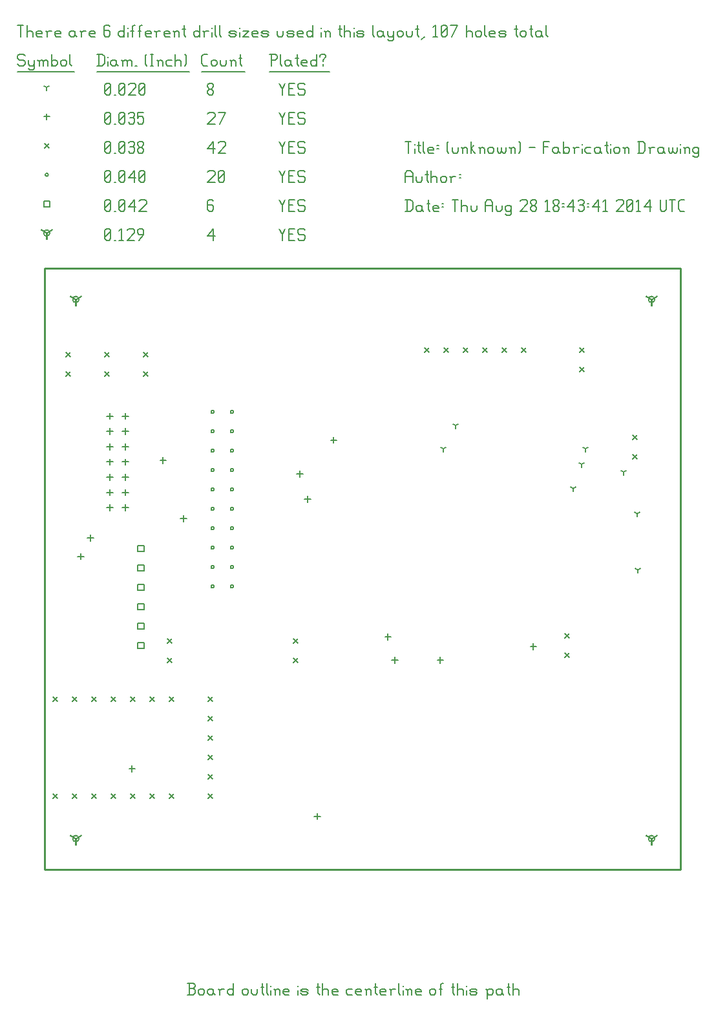
<source format=gbr>
G04 start of page 10 for group -3984 idx -3984 *
G04 Title: (unknown), fab *
G04 Creator: pcb 20110918 *
G04 CreationDate: Thu Aug 28 18:43:41 2014 UTC *
G04 For: fosse *
G04 Format: Gerber/RS-274X *
G04 PCB-Dimensions: 348000 372000 *
G04 PCB-Coordinate-Origin: lower left *
%MOIN*%
%FSLAX25Y25*%
%LNFAB*%
%ADD80C,0.0100*%
%ADD79C,0.0075*%
%ADD78C,0.0060*%
%ADD77C,0.0001*%
%ADD76R,0.0080X0.0080*%
G54D76*X327000Y71000D02*Y67800D01*
G54D77*G36*
X326454Y71147D02*X329920Y73146D01*
X330320Y72453D01*
X326853Y70454D01*
X326454Y71147D01*
G37*
G36*
X327147Y70454D02*X323680Y72453D01*
X324080Y73146D01*
X327546Y71147D01*
X327147Y70454D01*
G37*
G54D76*X325400Y71000D02*G75*G03X328600Y71000I1600J0D01*G01*
G75*G03X325400Y71000I-1600J0D01*G01*
X30000D02*Y67800D01*
G54D77*G36*
X29454Y71147D02*X32920Y73146D01*
X33320Y72453D01*
X29853Y70454D01*
X29454Y71147D01*
G37*
G36*
X30147Y70454D02*X26680Y72453D01*
X27080Y73146D01*
X30546Y71147D01*
X30147Y70454D01*
G37*
G54D76*X28400Y71000D02*G75*G03X31600Y71000I1600J0D01*G01*
G75*G03X28400Y71000I-1600J0D01*G01*
X30000Y349000D02*Y345800D01*
G54D77*G36*
X29454Y349147D02*X32920Y351146D01*
X33320Y350453D01*
X29853Y348454D01*
X29454Y349147D01*
G37*
G36*
X30147Y348454D02*X26680Y350453D01*
X27080Y351146D01*
X30546Y349147D01*
X30147Y348454D01*
G37*
G54D76*X28400Y349000D02*G75*G03X31600Y349000I1600J0D01*G01*
G75*G03X28400Y349000I-1600J0D01*G01*
X327000D02*Y345800D01*
G54D77*G36*
X326454Y349147D02*X329920Y351146D01*
X330320Y350453D01*
X326853Y348454D01*
X326454Y349147D01*
G37*
G36*
X327147Y348454D02*X323680Y350453D01*
X324080Y351146D01*
X327546Y349147D01*
X327147Y348454D01*
G37*
G54D76*X325400Y349000D02*G75*G03X328600Y349000I1600J0D01*G01*
G75*G03X325400Y349000I-1600J0D01*G01*
X15000Y383250D02*Y380050D01*
G54D77*G36*
X14454Y383397D02*X17920Y385396D01*
X18320Y384703D01*
X14853Y382704D01*
X14454Y383397D01*
G37*
G36*
X15147Y382704D02*X11680Y384703D01*
X12080Y385396D01*
X15546Y383397D01*
X15147Y382704D01*
G37*
G54D76*X13400Y383250D02*G75*G03X16600Y383250I1600J0D01*G01*
G75*G03X13400Y383250I-1600J0D01*G01*
G54D78*X135000Y385500D02*X136500Y382500D01*
X138000Y385500D01*
X136500Y382500D02*Y379500D01*
X139800Y382800D02*X142050D01*
X139800Y379500D02*X142800D01*
X139800Y385500D02*Y379500D01*
Y385500D02*X142800D01*
X147600D02*X148350Y384750D01*
X145350Y385500D02*X147600D01*
X144600Y384750D02*X145350Y385500D01*
X144600Y384750D02*Y383250D01*
X145350Y382500D01*
X147600D01*
X148350Y381750D01*
Y380250D01*
X147600Y379500D02*X148350Y380250D01*
X145350Y379500D02*X147600D01*
X144600Y380250D02*X145350Y379500D01*
X98000Y381750D02*X101000Y385500D01*
X98000Y381750D02*X101750D01*
X101000Y385500D02*Y379500D01*
X45000Y380250D02*X45750Y379500D01*
X45000Y384750D02*Y380250D01*
Y384750D02*X45750Y385500D01*
X47250D01*
X48000Y384750D01*
Y380250D01*
X47250Y379500D02*X48000Y380250D01*
X45750Y379500D02*X47250D01*
X45000Y381000D02*X48000Y384000D01*
X49800Y379500D02*X50550D01*
X52350Y384300D02*X53550Y385500D01*
Y379500D01*
X52350D02*X54600D01*
X56400Y384750D02*X57150Y385500D01*
X59400D01*
X60150Y384750D01*
Y383250D01*
X56400Y379500D02*X60150Y383250D01*
X56400Y379500D02*X60150D01*
X62700D02*X64950Y382500D01*
Y384750D02*Y382500D01*
X64200Y385500D02*X64950Y384750D01*
X62700Y385500D02*X64200D01*
X61950Y384750D02*X62700Y385500D01*
X61950Y384750D02*Y383250D01*
X62700Y382500D01*
X64950D01*
X61900Y172100D02*X65100D01*
X61900D02*Y168900D01*
X65100D01*
Y172100D02*Y168900D01*
X61900Y182100D02*X65100D01*
X61900D02*Y178900D01*
X65100D01*
Y182100D02*Y178900D01*
X61900Y192100D02*X65100D01*
X61900D02*Y188900D01*
X65100D01*
Y192100D02*Y188900D01*
X61900Y202100D02*X65100D01*
X61900D02*Y198900D01*
X65100D01*
Y202100D02*Y198900D01*
X61900Y212100D02*X65100D01*
X61900D02*Y208900D01*
X65100D01*
Y212100D02*Y208900D01*
X61900Y222100D02*X65100D01*
X61900D02*Y218900D01*
X65100D01*
Y222100D02*Y218900D01*
X13400Y399850D02*X16600D01*
X13400D02*Y396650D01*
X16600D01*
Y399850D02*Y396650D01*
X135000Y400500D02*X136500Y397500D01*
X138000Y400500D01*
X136500Y397500D02*Y394500D01*
X139800Y397800D02*X142050D01*
X139800Y394500D02*X142800D01*
X139800Y400500D02*Y394500D01*
Y400500D02*X142800D01*
X147600D02*X148350Y399750D01*
X145350Y400500D02*X147600D01*
X144600Y399750D02*X145350Y400500D01*
X144600Y399750D02*Y398250D01*
X145350Y397500D01*
X147600D01*
X148350Y396750D01*
Y395250D01*
X147600Y394500D02*X148350Y395250D01*
X145350Y394500D02*X147600D01*
X144600Y395250D02*X145350Y394500D01*
X100250Y400500D02*X101000Y399750D01*
X98750Y400500D02*X100250D01*
X98000Y399750D02*X98750Y400500D01*
X98000Y399750D02*Y395250D01*
X98750Y394500D01*
X100250Y397800D02*X101000Y397050D01*
X98000Y397800D02*X100250D01*
X98750Y394500D02*X100250D01*
X101000Y395250D01*
Y397050D02*Y395250D01*
X45000D02*X45750Y394500D01*
X45000Y399750D02*Y395250D01*
Y399750D02*X45750Y400500D01*
X47250D01*
X48000Y399750D01*
Y395250D01*
X47250Y394500D02*X48000Y395250D01*
X45750Y394500D02*X47250D01*
X45000Y396000D02*X48000Y399000D01*
X49800Y394500D02*X50550D01*
X52350Y395250D02*X53100Y394500D01*
X52350Y399750D02*Y395250D01*
Y399750D02*X53100Y400500D01*
X54600D01*
X55350Y399750D01*
Y395250D01*
X54600Y394500D02*X55350Y395250D01*
X53100Y394500D02*X54600D01*
X52350Y396000D02*X55350Y399000D01*
X57150Y396750D02*X60150Y400500D01*
X57150Y396750D02*X60900D01*
X60150Y400500D02*Y394500D01*
X62700Y399750D02*X63450Y400500D01*
X65700D01*
X66450Y399750D01*
Y398250D01*
X62700Y394500D02*X66450Y398250D01*
X62700Y394500D02*X66450D01*
X109700Y201000D02*G75*G03X111300Y201000I800J0D01*G01*
G75*G03X109700Y201000I-800J0D01*G01*
X99700D02*G75*G03X101300Y201000I800J0D01*G01*
G75*G03X99700Y201000I-800J0D01*G01*
X109700Y211000D02*G75*G03X111300Y211000I800J0D01*G01*
G75*G03X109700Y211000I-800J0D01*G01*
X99700D02*G75*G03X101300Y211000I800J0D01*G01*
G75*G03X99700Y211000I-800J0D01*G01*
X109700Y221000D02*G75*G03X111300Y221000I800J0D01*G01*
G75*G03X109700Y221000I-800J0D01*G01*
X99700D02*G75*G03X101300Y221000I800J0D01*G01*
G75*G03X99700Y221000I-800J0D01*G01*
X109700Y231000D02*G75*G03X111300Y231000I800J0D01*G01*
G75*G03X109700Y231000I-800J0D01*G01*
X99700D02*G75*G03X101300Y231000I800J0D01*G01*
G75*G03X99700Y231000I-800J0D01*G01*
X109700Y241000D02*G75*G03X111300Y241000I800J0D01*G01*
G75*G03X109700Y241000I-800J0D01*G01*
X99700D02*G75*G03X101300Y241000I800J0D01*G01*
G75*G03X99700Y241000I-800J0D01*G01*
X109700Y251000D02*G75*G03X111300Y251000I800J0D01*G01*
G75*G03X109700Y251000I-800J0D01*G01*
X99700D02*G75*G03X101300Y251000I800J0D01*G01*
G75*G03X99700Y251000I-800J0D01*G01*
X109700Y261000D02*G75*G03X111300Y261000I800J0D01*G01*
G75*G03X109700Y261000I-800J0D01*G01*
X99700D02*G75*G03X101300Y261000I800J0D01*G01*
G75*G03X99700Y261000I-800J0D01*G01*
X109700Y271000D02*G75*G03X111300Y271000I800J0D01*G01*
G75*G03X109700Y271000I-800J0D01*G01*
X99700D02*G75*G03X101300Y271000I800J0D01*G01*
G75*G03X99700Y271000I-800J0D01*G01*
X109700Y281000D02*G75*G03X111300Y281000I800J0D01*G01*
G75*G03X109700Y281000I-800J0D01*G01*
X99700D02*G75*G03X101300Y281000I800J0D01*G01*
G75*G03X99700Y281000I-800J0D01*G01*
X109700Y291000D02*G75*G03X111300Y291000I800J0D01*G01*
G75*G03X109700Y291000I-800J0D01*G01*
X99700D02*G75*G03X101300Y291000I800J0D01*G01*
G75*G03X99700Y291000I-800J0D01*G01*
X14200Y413250D02*G75*G03X15800Y413250I800J0D01*G01*
G75*G03X14200Y413250I-800J0D01*G01*
X135000Y415500D02*X136500Y412500D01*
X138000Y415500D01*
X136500Y412500D02*Y409500D01*
X139800Y412800D02*X142050D01*
X139800Y409500D02*X142800D01*
X139800Y415500D02*Y409500D01*
Y415500D02*X142800D01*
X147600D02*X148350Y414750D01*
X145350Y415500D02*X147600D01*
X144600Y414750D02*X145350Y415500D01*
X144600Y414750D02*Y413250D01*
X145350Y412500D01*
X147600D01*
X148350Y411750D01*
Y410250D01*
X147600Y409500D02*X148350Y410250D01*
X145350Y409500D02*X147600D01*
X144600Y410250D02*X145350Y409500D01*
X98000Y414750D02*X98750Y415500D01*
X101000D01*
X101750Y414750D01*
Y413250D01*
X98000Y409500D02*X101750Y413250D01*
X98000Y409500D02*X101750D01*
X103550Y410250D02*X104300Y409500D01*
X103550Y414750D02*Y410250D01*
Y414750D02*X104300Y415500D01*
X105800D01*
X106550Y414750D01*
Y410250D01*
X105800Y409500D02*X106550Y410250D01*
X104300Y409500D02*X105800D01*
X103550Y411000D02*X106550Y414000D01*
X45000Y410250D02*X45750Y409500D01*
X45000Y414750D02*Y410250D01*
Y414750D02*X45750Y415500D01*
X47250D01*
X48000Y414750D01*
Y410250D01*
X47250Y409500D02*X48000Y410250D01*
X45750Y409500D02*X47250D01*
X45000Y411000D02*X48000Y414000D01*
X49800Y409500D02*X50550D01*
X52350Y410250D02*X53100Y409500D01*
X52350Y414750D02*Y410250D01*
Y414750D02*X53100Y415500D01*
X54600D01*
X55350Y414750D01*
Y410250D01*
X54600Y409500D02*X55350Y410250D01*
X53100Y409500D02*X54600D01*
X52350Y411000D02*X55350Y414000D01*
X57150Y411750D02*X60150Y415500D01*
X57150Y411750D02*X60900D01*
X60150Y415500D02*Y409500D01*
X62700Y410250D02*X63450Y409500D01*
X62700Y414750D02*Y410250D01*
Y414750D02*X63450Y415500D01*
X64950D01*
X65700Y414750D01*
Y410250D01*
X64950Y409500D02*X65700Y410250D01*
X63450Y409500D02*X64950D01*
X62700Y411000D02*X65700Y414000D01*
X317300Y269200D02*X319700Y266800D01*
X317300D02*X319700Y269200D01*
X317300Y279200D02*X319700Y276800D01*
X317300D02*X319700Y279200D01*
X142300Y164200D02*X144700Y161800D01*
X142300D02*X144700Y164200D01*
X142300Y174200D02*X144700Y171800D01*
X142300D02*X144700Y174200D01*
X77300Y164200D02*X79700Y161800D01*
X77300D02*X79700Y164200D01*
X77300Y174200D02*X79700Y171800D01*
X77300D02*X79700Y174200D01*
X209800Y324200D02*X212200Y321800D01*
X209800D02*X212200Y324200D01*
X219800D02*X222200Y321800D01*
X219800D02*X222200Y324200D01*
X229800D02*X232200Y321800D01*
X229800D02*X232200Y324200D01*
X239800D02*X242200Y321800D01*
X239800D02*X242200Y324200D01*
X249800D02*X252200Y321800D01*
X249800D02*X252200Y324200D01*
X259800D02*X262200Y321800D01*
X259800D02*X262200Y324200D01*
X289800Y314200D02*X292200Y311800D01*
X289800D02*X292200Y314200D01*
X289800Y324200D02*X292200Y321800D01*
X289800D02*X292200Y324200D01*
X282300Y166700D02*X284700Y164300D01*
X282300D02*X284700Y166700D01*
X282300Y176700D02*X284700Y174300D01*
X282300D02*X284700Y176700D01*
X64800Y311700D02*X67200Y309300D01*
X64800D02*X67200Y311700D01*
X64800Y321700D02*X67200Y319300D01*
X64800D02*X67200Y321700D01*
X44800Y311700D02*X47200Y309300D01*
X44800D02*X47200Y311700D01*
X44800Y321700D02*X47200Y319300D01*
X44800D02*X47200Y321700D01*
X24800Y311700D02*X27200Y309300D01*
X24800D02*X27200Y311700D01*
X24800Y321700D02*X27200Y319300D01*
X24800D02*X27200Y321700D01*
X78300Y94200D02*X80700Y91800D01*
X78300D02*X80700Y94200D01*
X68300D02*X70700Y91800D01*
X68300D02*X70700Y94200D01*
X58300D02*X60700Y91800D01*
X58300D02*X60700Y94200D01*
X48300D02*X50700Y91800D01*
X48300D02*X50700Y94200D01*
X38300D02*X40700Y91800D01*
X38300D02*X40700Y94200D01*
X28300D02*X30700Y91800D01*
X28300D02*X30700Y94200D01*
X18300D02*X20700Y91800D01*
X18300D02*X20700Y94200D01*
X78300Y144200D02*X80700Y141800D01*
X78300D02*X80700Y144200D01*
X68300D02*X70700Y141800D01*
X68300D02*X70700Y144200D01*
X58300D02*X60700Y141800D01*
X58300D02*X60700Y144200D01*
X48300D02*X50700Y141800D01*
X48300D02*X50700Y144200D01*
X38300D02*X40700Y141800D01*
X38300D02*X40700Y144200D01*
X28300D02*X30700Y141800D01*
X28300D02*X30700Y144200D01*
X18300D02*X20700Y141800D01*
X18300D02*X20700Y144200D01*
X98300Y94200D02*X100700Y91800D01*
X98300D02*X100700Y94200D01*
X98300Y104200D02*X100700Y101800D01*
X98300D02*X100700Y104200D01*
X98300Y114200D02*X100700Y111800D01*
X98300D02*X100700Y114200D01*
X98300Y124200D02*X100700Y121800D01*
X98300D02*X100700Y124200D01*
X98300Y134200D02*X100700Y131800D01*
X98300D02*X100700Y134200D01*
X98300Y144200D02*X100700Y141800D01*
X98300D02*X100700Y144200D01*
X13800Y429450D02*X16200Y427050D01*
X13800D02*X16200Y429450D01*
X135000Y430500D02*X136500Y427500D01*
X138000Y430500D01*
X136500Y427500D02*Y424500D01*
X139800Y427800D02*X142050D01*
X139800Y424500D02*X142800D01*
X139800Y430500D02*Y424500D01*
Y430500D02*X142800D01*
X147600D02*X148350Y429750D01*
X145350Y430500D02*X147600D01*
X144600Y429750D02*X145350Y430500D01*
X144600Y429750D02*Y428250D01*
X145350Y427500D01*
X147600D01*
X148350Y426750D01*
Y425250D01*
X147600Y424500D02*X148350Y425250D01*
X145350Y424500D02*X147600D01*
X144600Y425250D02*X145350Y424500D01*
X98000Y426750D02*X101000Y430500D01*
X98000Y426750D02*X101750D01*
X101000Y430500D02*Y424500D01*
X103550Y429750D02*X104300Y430500D01*
X106550D01*
X107300Y429750D01*
Y428250D01*
X103550Y424500D02*X107300Y428250D01*
X103550Y424500D02*X107300D01*
X45000Y425250D02*X45750Y424500D01*
X45000Y429750D02*Y425250D01*
Y429750D02*X45750Y430500D01*
X47250D01*
X48000Y429750D01*
Y425250D01*
X47250Y424500D02*X48000Y425250D01*
X45750Y424500D02*X47250D01*
X45000Y426000D02*X48000Y429000D01*
X49800Y424500D02*X50550D01*
X52350Y425250D02*X53100Y424500D01*
X52350Y429750D02*Y425250D01*
Y429750D02*X53100Y430500D01*
X54600D01*
X55350Y429750D01*
Y425250D01*
X54600Y424500D02*X55350Y425250D01*
X53100Y424500D02*X54600D01*
X52350Y426000D02*X55350Y429000D01*
X57150Y429750D02*X57900Y430500D01*
X59400D01*
X60150Y429750D01*
X59400Y424500D02*X60150Y425250D01*
X57900Y424500D02*X59400D01*
X57150Y425250D02*X57900Y424500D01*
Y427800D02*X59400D01*
X60150Y429750D02*Y428550D01*
Y427050D02*Y425250D01*
Y427050D02*X59400Y427800D01*
X60150Y428550D02*X59400Y427800D01*
X61950Y425250D02*X62700Y424500D01*
X61950Y426450D02*Y425250D01*
Y426450D02*X63000Y427500D01*
X63900D01*
X64950Y426450D01*
Y425250D01*
X64200Y424500D02*X64950Y425250D01*
X62700Y424500D02*X64200D01*
X61950Y428550D02*X63000Y427500D01*
X61950Y429750D02*Y428550D01*
Y429750D02*X62700Y430500D01*
X64200D01*
X64950Y429750D01*
Y428550D01*
X63900Y427500D02*X64950Y428550D01*
X145500Y260600D02*Y257400D01*
X143900Y259000D02*X147100D01*
X163000Y278100D02*Y274900D01*
X161400Y276500D02*X164600D01*
X149500Y247600D02*Y244400D01*
X147900Y246000D02*X151100D01*
X32500Y218100D02*Y214900D01*
X30900Y216500D02*X34100D01*
X37500Y227600D02*Y224400D01*
X35900Y226000D02*X39100D01*
X75000Y267600D02*Y264400D01*
X73400Y266000D02*X76600D01*
X85500Y237600D02*Y234400D01*
X83900Y236000D02*X87100D01*
X191000Y176600D02*Y173400D01*
X189400Y175000D02*X192600D01*
X266000Y171600D02*Y168400D01*
X264400Y170000D02*X267600D01*
X194500Y164600D02*Y161400D01*
X192900Y163000D02*X196100D01*
X218000Y164600D02*Y161400D01*
X216400Y163000D02*X219600D01*
X59000Y108600D02*Y105400D01*
X57400Y107000D02*X60600D01*
X154500Y84100D02*Y80900D01*
X152900Y82500D02*X156100D01*
X47626Y243230D02*Y240030D01*
X46026Y241630D02*X49226D01*
X47626Y251104D02*Y247904D01*
X46026Y249504D02*X49226D01*
X55500Y243230D02*Y240030D01*
X53900Y241630D02*X57100D01*
X55500Y251104D02*Y247904D01*
X53900Y249504D02*X57100D01*
X47626Y258978D02*Y255778D01*
X46026Y257378D02*X49226D01*
X55500Y258978D02*Y255778D01*
X53900Y257378D02*X57100D01*
X47626Y266852D02*Y263652D01*
X46026Y265252D02*X49226D01*
X55500Y266852D02*Y263652D01*
X53900Y265252D02*X57100D01*
X47626Y274726D02*Y271526D01*
X46026Y273126D02*X49226D01*
X55500Y274726D02*Y271526D01*
X53900Y273126D02*X57100D01*
X47626Y282600D02*Y279400D01*
X46026Y281000D02*X49226D01*
X55500Y282600D02*Y279400D01*
X53900Y281000D02*X57100D01*
X47626Y290474D02*Y287274D01*
X46026Y288874D02*X49226D01*
X55500Y290474D02*Y287274D01*
X53900Y288874D02*X57100D01*
X15000Y444850D02*Y441650D01*
X13400Y443250D02*X16600D01*
X135000Y445500D02*X136500Y442500D01*
X138000Y445500D01*
X136500Y442500D02*Y439500D01*
X139800Y442800D02*X142050D01*
X139800Y439500D02*X142800D01*
X139800Y445500D02*Y439500D01*
Y445500D02*X142800D01*
X147600D02*X148350Y444750D01*
X145350Y445500D02*X147600D01*
X144600Y444750D02*X145350Y445500D01*
X144600Y444750D02*Y443250D01*
X145350Y442500D01*
X147600D01*
X148350Y441750D01*
Y440250D01*
X147600Y439500D02*X148350Y440250D01*
X145350Y439500D02*X147600D01*
X144600Y440250D02*X145350Y439500D01*
X98000Y444750D02*X98750Y445500D01*
X101000D01*
X101750Y444750D01*
Y443250D01*
X98000Y439500D02*X101750Y443250D01*
X98000Y439500D02*X101750D01*
X104300D02*X107300Y445500D01*
X103550D02*X107300D01*
X45000Y440250D02*X45750Y439500D01*
X45000Y444750D02*Y440250D01*
Y444750D02*X45750Y445500D01*
X47250D01*
X48000Y444750D01*
Y440250D01*
X47250Y439500D02*X48000Y440250D01*
X45750Y439500D02*X47250D01*
X45000Y441000D02*X48000Y444000D01*
X49800Y439500D02*X50550D01*
X52350Y440250D02*X53100Y439500D01*
X52350Y444750D02*Y440250D01*
Y444750D02*X53100Y445500D01*
X54600D01*
X55350Y444750D01*
Y440250D01*
X54600Y439500D02*X55350Y440250D01*
X53100Y439500D02*X54600D01*
X52350Y441000D02*X55350Y444000D01*
X57150Y444750D02*X57900Y445500D01*
X59400D01*
X60150Y444750D01*
X59400Y439500D02*X60150Y440250D01*
X57900Y439500D02*X59400D01*
X57150Y440250D02*X57900Y439500D01*
Y442800D02*X59400D01*
X60150Y444750D02*Y443550D01*
Y442050D02*Y440250D01*
Y442050D02*X59400Y442800D01*
X60150Y443550D02*X59400Y442800D01*
X61950Y445500D02*X64950D01*
X61950D02*Y442500D01*
X62700Y443250D01*
X64200D01*
X64950Y442500D01*
Y440250D01*
X64200Y439500D02*X64950Y440250D01*
X62700Y439500D02*X64200D01*
X61950Y440250D02*X62700Y439500D01*
X320000Y209500D02*Y207900D01*
Y209500D02*X321387Y210300D01*
X320000Y209500D02*X318613Y210300D01*
X319500Y238500D02*Y236900D01*
Y238500D02*X320887Y239300D01*
X319500Y238500D02*X318113Y239300D01*
X226000Y284000D02*Y282400D01*
Y284000D02*X227387Y284800D01*
X226000Y284000D02*X224613Y284800D01*
X291000Y264000D02*Y262400D01*
Y264000D02*X292387Y264800D01*
X291000Y264000D02*X289613Y264800D01*
X312500Y260000D02*Y258400D01*
Y260000D02*X313887Y260800D01*
X312500Y260000D02*X311113Y260800D01*
X293000Y272000D02*Y270400D01*
Y272000D02*X294387Y272800D01*
X293000Y272000D02*X291613Y272800D01*
X219500Y272000D02*Y270400D01*
Y272000D02*X220887Y272800D01*
X219500Y272000D02*X218113Y272800D01*
X286500Y251500D02*Y249900D01*
Y251500D02*X287887Y252300D01*
X286500Y251500D02*X285113Y252300D01*
X15000Y458250D02*Y456650D01*
Y458250D02*X16387Y459050D01*
X15000Y458250D02*X13613Y459050D01*
X135000Y460500D02*X136500Y457500D01*
X138000Y460500D01*
X136500Y457500D02*Y454500D01*
X139800Y457800D02*X142050D01*
X139800Y454500D02*X142800D01*
X139800Y460500D02*Y454500D01*
Y460500D02*X142800D01*
X147600D02*X148350Y459750D01*
X145350Y460500D02*X147600D01*
X144600Y459750D02*X145350Y460500D01*
X144600Y459750D02*Y458250D01*
X145350Y457500D01*
X147600D01*
X148350Y456750D01*
Y455250D01*
X147600Y454500D02*X148350Y455250D01*
X145350Y454500D02*X147600D01*
X144600Y455250D02*X145350Y454500D01*
X98000Y455250D02*X98750Y454500D01*
X98000Y456450D02*Y455250D01*
Y456450D02*X99050Y457500D01*
X99950D01*
X101000Y456450D01*
Y455250D01*
X100250Y454500D02*X101000Y455250D01*
X98750Y454500D02*X100250D01*
X98000Y458550D02*X99050Y457500D01*
X98000Y459750D02*Y458550D01*
Y459750D02*X98750Y460500D01*
X100250D01*
X101000Y459750D01*
Y458550D01*
X99950Y457500D02*X101000Y458550D01*
X45000Y455250D02*X45750Y454500D01*
X45000Y459750D02*Y455250D01*
Y459750D02*X45750Y460500D01*
X47250D01*
X48000Y459750D01*
Y455250D01*
X47250Y454500D02*X48000Y455250D01*
X45750Y454500D02*X47250D01*
X45000Y456000D02*X48000Y459000D01*
X49800Y454500D02*X50550D01*
X52350Y455250D02*X53100Y454500D01*
X52350Y459750D02*Y455250D01*
Y459750D02*X53100Y460500D01*
X54600D01*
X55350Y459750D01*
Y455250D01*
X54600Y454500D02*X55350Y455250D01*
X53100Y454500D02*X54600D01*
X52350Y456000D02*X55350Y459000D01*
X57150Y459750D02*X57900Y460500D01*
X60150D01*
X60900Y459750D01*
Y458250D01*
X57150Y454500D02*X60900Y458250D01*
X57150Y454500D02*X60900D01*
X62700Y455250D02*X63450Y454500D01*
X62700Y459750D02*Y455250D01*
Y459750D02*X63450Y460500D01*
X64950D01*
X65700Y459750D01*
Y455250D01*
X64950Y454500D02*X65700Y455250D01*
X63450Y454500D02*X64950D01*
X62700Y456000D02*X65700Y459000D01*
X3000Y475500D02*X3750Y474750D01*
X750Y475500D02*X3000D01*
X0Y474750D02*X750Y475500D01*
X0Y474750D02*Y473250D01*
X750Y472500D01*
X3000D01*
X3750Y471750D01*
Y470250D01*
X3000Y469500D02*X3750Y470250D01*
X750Y469500D02*X3000D01*
X0Y470250D02*X750Y469500D01*
X5550Y472500D02*Y470250D01*
X6300Y469500D01*
X8550Y472500D02*Y468000D01*
X7800Y467250D02*X8550Y468000D01*
X6300Y467250D02*X7800D01*
X5550Y468000D02*X6300Y467250D01*
Y469500D02*X7800D01*
X8550Y470250D01*
X11100Y471750D02*Y469500D01*
Y471750D02*X11850Y472500D01*
X12600D01*
X13350Y471750D01*
Y469500D01*
Y471750D02*X14100Y472500D01*
X14850D01*
X15600Y471750D01*
Y469500D01*
X10350Y472500D02*X11100Y471750D01*
X17400Y475500D02*Y469500D01*
Y470250D02*X18150Y469500D01*
X19650D01*
X20400Y470250D01*
Y471750D02*Y470250D01*
X19650Y472500D02*X20400Y471750D01*
X18150Y472500D02*X19650D01*
X17400Y471750D02*X18150Y472500D01*
X22200Y471750D02*Y470250D01*
Y471750D02*X22950Y472500D01*
X24450D01*
X25200Y471750D01*
Y470250D01*
X24450Y469500D02*X25200Y470250D01*
X22950Y469500D02*X24450D01*
X22200Y470250D02*X22950Y469500D01*
X27000Y475500D02*Y470250D01*
X27750Y469500D01*
X0Y466250D02*X29250D01*
X41750Y475500D02*Y469500D01*
X43700Y475500D02*X44750Y474450D01*
Y470550D01*
X43700Y469500D02*X44750Y470550D01*
X41000Y469500D02*X43700D01*
X41000Y475500D02*X43700D01*
G54D79*X46550Y474000D02*Y473850D01*
G54D78*Y471750D02*Y469500D01*
X50300Y472500D02*X51050Y471750D01*
X48800Y472500D02*X50300D01*
X48050Y471750D02*X48800Y472500D01*
X48050Y471750D02*Y470250D01*
X48800Y469500D01*
X51050Y472500D02*Y470250D01*
X51800Y469500D01*
X48800D02*X50300D01*
X51050Y470250D01*
X54350Y471750D02*Y469500D01*
Y471750D02*X55100Y472500D01*
X55850D01*
X56600Y471750D01*
Y469500D01*
Y471750D02*X57350Y472500D01*
X58100D01*
X58850Y471750D01*
Y469500D01*
X53600Y472500D02*X54350Y471750D01*
X60650Y469500D02*X61400D01*
X65900Y470250D02*X66650Y469500D01*
X65900Y474750D02*X66650Y475500D01*
X65900Y474750D02*Y470250D01*
X68450Y475500D02*X69950D01*
X69200D02*Y469500D01*
X68450D02*X69950D01*
X72500Y471750D02*Y469500D01*
Y471750D02*X73250Y472500D01*
X74000D01*
X74750Y471750D01*
Y469500D01*
X71750Y472500D02*X72500Y471750D01*
X77300Y472500D02*X79550D01*
X76550Y471750D02*X77300Y472500D01*
X76550Y471750D02*Y470250D01*
X77300Y469500D01*
X79550D01*
X81350Y475500D02*Y469500D01*
Y471750D02*X82100Y472500D01*
X83600D01*
X84350Y471750D01*
Y469500D01*
X86150Y475500D02*X86900Y474750D01*
Y470250D01*
X86150Y469500D02*X86900Y470250D01*
X41000Y466250D02*X88700D01*
X96050Y469500D02*X98000D01*
X95000Y470550D02*X96050Y469500D01*
X95000Y474450D02*Y470550D01*
Y474450D02*X96050Y475500D01*
X98000D01*
X99800Y471750D02*Y470250D01*
Y471750D02*X100550Y472500D01*
X102050D01*
X102800Y471750D01*
Y470250D01*
X102050Y469500D02*X102800Y470250D01*
X100550Y469500D02*X102050D01*
X99800Y470250D02*X100550Y469500D01*
X104600Y472500D02*Y470250D01*
X105350Y469500D01*
X106850D01*
X107600Y470250D01*
Y472500D02*Y470250D01*
X110150Y471750D02*Y469500D01*
Y471750D02*X110900Y472500D01*
X111650D01*
X112400Y471750D01*
Y469500D01*
X109400Y472500D02*X110150Y471750D01*
X114950Y475500D02*Y470250D01*
X115700Y469500D01*
X114200Y473250D02*X115700D01*
X95000Y466250D02*X117200D01*
X130750Y475500D02*Y469500D01*
X130000Y475500D02*X133000D01*
X133750Y474750D01*
Y473250D01*
X133000Y472500D02*X133750Y473250D01*
X130750Y472500D02*X133000D01*
X135550Y475500D02*Y470250D01*
X136300Y469500D01*
X140050Y472500D02*X140800Y471750D01*
X138550Y472500D02*X140050D01*
X137800Y471750D02*X138550Y472500D01*
X137800Y471750D02*Y470250D01*
X138550Y469500D01*
X140800Y472500D02*Y470250D01*
X141550Y469500D01*
X138550D02*X140050D01*
X140800Y470250D01*
X144100Y475500D02*Y470250D01*
X144850Y469500D01*
X143350Y473250D02*X144850D01*
X147100Y469500D02*X149350D01*
X146350Y470250D02*X147100Y469500D01*
X146350Y471750D02*Y470250D01*
Y471750D02*X147100Y472500D01*
X148600D01*
X149350Y471750D01*
X146350Y471000D02*X149350D01*
Y471750D02*Y471000D01*
X154150Y475500D02*Y469500D01*
X153400D02*X154150Y470250D01*
X151900Y469500D02*X153400D01*
X151150Y470250D02*X151900Y469500D01*
X151150Y471750D02*Y470250D01*
Y471750D02*X151900Y472500D01*
X153400D01*
X154150Y471750D01*
X157450Y472500D02*Y471750D01*
Y470250D02*Y469500D01*
X155950Y474750D02*Y474000D01*
Y474750D02*X156700Y475500D01*
X158200D01*
X158950Y474750D01*
Y474000D01*
X157450Y472500D02*X158950Y474000D01*
X130000Y466250D02*X160750D01*
X0Y490500D02*X3000D01*
X1500D02*Y484500D01*
X4800Y490500D02*Y484500D01*
Y486750D02*X5550Y487500D01*
X7050D01*
X7800Y486750D01*
Y484500D01*
X10350D02*X12600D01*
X9600Y485250D02*X10350Y484500D01*
X9600Y486750D02*Y485250D01*
Y486750D02*X10350Y487500D01*
X11850D01*
X12600Y486750D01*
X9600Y486000D02*X12600D01*
Y486750D02*Y486000D01*
X15150Y486750D02*Y484500D01*
Y486750D02*X15900Y487500D01*
X17400D01*
X14400D02*X15150Y486750D01*
X19950Y484500D02*X22200D01*
X19200Y485250D02*X19950Y484500D01*
X19200Y486750D02*Y485250D01*
Y486750D02*X19950Y487500D01*
X21450D01*
X22200Y486750D01*
X19200Y486000D02*X22200D01*
Y486750D02*Y486000D01*
X28950Y487500D02*X29700Y486750D01*
X27450Y487500D02*X28950D01*
X26700Y486750D02*X27450Y487500D01*
X26700Y486750D02*Y485250D01*
X27450Y484500D01*
X29700Y487500D02*Y485250D01*
X30450Y484500D01*
X27450D02*X28950D01*
X29700Y485250D01*
X33000Y486750D02*Y484500D01*
Y486750D02*X33750Y487500D01*
X35250D01*
X32250D02*X33000Y486750D01*
X37800Y484500D02*X40050D01*
X37050Y485250D02*X37800Y484500D01*
X37050Y486750D02*Y485250D01*
Y486750D02*X37800Y487500D01*
X39300D01*
X40050Y486750D01*
X37050Y486000D02*X40050D01*
Y486750D02*Y486000D01*
X46800Y490500D02*X47550Y489750D01*
X45300Y490500D02*X46800D01*
X44550Y489750D02*X45300Y490500D01*
X44550Y489750D02*Y485250D01*
X45300Y484500D01*
X46800Y487800D02*X47550Y487050D01*
X44550Y487800D02*X46800D01*
X45300Y484500D02*X46800D01*
X47550Y485250D01*
Y487050D02*Y485250D01*
X55050Y490500D02*Y484500D01*
X54300D02*X55050Y485250D01*
X52800Y484500D02*X54300D01*
X52050Y485250D02*X52800Y484500D01*
X52050Y486750D02*Y485250D01*
Y486750D02*X52800Y487500D01*
X54300D01*
X55050Y486750D01*
G54D79*X56850Y489000D02*Y488850D01*
G54D78*Y486750D02*Y484500D01*
X59100Y489750D02*Y484500D01*
Y489750D02*X59850Y490500D01*
X60600D01*
X58350Y487500D02*X59850D01*
X62850Y489750D02*Y484500D01*
Y489750D02*X63600Y490500D01*
X64350D01*
X62100Y487500D02*X63600D01*
X66600Y484500D02*X68850D01*
X65850Y485250D02*X66600Y484500D01*
X65850Y486750D02*Y485250D01*
Y486750D02*X66600Y487500D01*
X68100D01*
X68850Y486750D01*
X65850Y486000D02*X68850D01*
Y486750D02*Y486000D01*
X71400Y486750D02*Y484500D01*
Y486750D02*X72150Y487500D01*
X73650D01*
X70650D02*X71400Y486750D01*
X76200Y484500D02*X78450D01*
X75450Y485250D02*X76200Y484500D01*
X75450Y486750D02*Y485250D01*
Y486750D02*X76200Y487500D01*
X77700D01*
X78450Y486750D01*
X75450Y486000D02*X78450D01*
Y486750D02*Y486000D01*
X81000Y486750D02*Y484500D01*
Y486750D02*X81750Y487500D01*
X82500D01*
X83250Y486750D01*
Y484500D01*
X80250Y487500D02*X81000Y486750D01*
X85800Y490500D02*Y485250D01*
X86550Y484500D01*
X85050Y488250D02*X86550D01*
X93750Y490500D02*Y484500D01*
X93000D02*X93750Y485250D01*
X91500Y484500D02*X93000D01*
X90750Y485250D02*X91500Y484500D01*
X90750Y486750D02*Y485250D01*
Y486750D02*X91500Y487500D01*
X93000D01*
X93750Y486750D01*
X96300D02*Y484500D01*
Y486750D02*X97050Y487500D01*
X98550D01*
X95550D02*X96300Y486750D01*
G54D79*X100350Y489000D02*Y488850D01*
G54D78*Y486750D02*Y484500D01*
X101850Y490500D02*Y485250D01*
X102600Y484500D01*
X104100Y490500D02*Y485250D01*
X104850Y484500D01*
X109800D02*X112050D01*
X112800Y485250D01*
X112050Y486000D02*X112800Y485250D01*
X109800Y486000D02*X112050D01*
X109050Y486750D02*X109800Y486000D01*
X109050Y486750D02*X109800Y487500D01*
X112050D01*
X112800Y486750D01*
X109050Y485250D02*X109800Y484500D01*
G54D79*X114600Y489000D02*Y488850D01*
G54D78*Y486750D02*Y484500D01*
X116100Y487500D02*X119100D01*
X116100Y484500D02*X119100Y487500D01*
X116100Y484500D02*X119100D01*
X121650D02*X123900D01*
X120900Y485250D02*X121650Y484500D01*
X120900Y486750D02*Y485250D01*
Y486750D02*X121650Y487500D01*
X123150D01*
X123900Y486750D01*
X120900Y486000D02*X123900D01*
Y486750D02*Y486000D01*
X126450Y484500D02*X128700D01*
X129450Y485250D01*
X128700Y486000D02*X129450Y485250D01*
X126450Y486000D02*X128700D01*
X125700Y486750D02*X126450Y486000D01*
X125700Y486750D02*X126450Y487500D01*
X128700D01*
X129450Y486750D01*
X125700Y485250D02*X126450Y484500D01*
X133950Y487500D02*Y485250D01*
X134700Y484500D01*
X136200D01*
X136950Y485250D01*
Y487500D02*Y485250D01*
X139500Y484500D02*X141750D01*
X142500Y485250D01*
X141750Y486000D02*X142500Y485250D01*
X139500Y486000D02*X141750D01*
X138750Y486750D02*X139500Y486000D01*
X138750Y486750D02*X139500Y487500D01*
X141750D01*
X142500Y486750D01*
X138750Y485250D02*X139500Y484500D01*
X145050D02*X147300D01*
X144300Y485250D02*X145050Y484500D01*
X144300Y486750D02*Y485250D01*
Y486750D02*X145050Y487500D01*
X146550D01*
X147300Y486750D01*
X144300Y486000D02*X147300D01*
Y486750D02*Y486000D01*
X152100Y490500D02*Y484500D01*
X151350D02*X152100Y485250D01*
X149850Y484500D02*X151350D01*
X149100Y485250D02*X149850Y484500D01*
X149100Y486750D02*Y485250D01*
Y486750D02*X149850Y487500D01*
X151350D01*
X152100Y486750D01*
G54D79*X156600Y489000D02*Y488850D01*
G54D78*Y486750D02*Y484500D01*
X158850Y486750D02*Y484500D01*
Y486750D02*X159600Y487500D01*
X160350D01*
X161100Y486750D01*
Y484500D01*
X158100Y487500D02*X158850Y486750D01*
X166350Y490500D02*Y485250D01*
X167100Y484500D01*
X165600Y488250D02*X167100D01*
X168600Y490500D02*Y484500D01*
Y486750D02*X169350Y487500D01*
X170850D01*
X171600Y486750D01*
Y484500D01*
G54D79*X173400Y489000D02*Y488850D01*
G54D78*Y486750D02*Y484500D01*
X175650D02*X177900D01*
X178650Y485250D01*
X177900Y486000D02*X178650Y485250D01*
X175650Y486000D02*X177900D01*
X174900Y486750D02*X175650Y486000D01*
X174900Y486750D02*X175650Y487500D01*
X177900D01*
X178650Y486750D01*
X174900Y485250D02*X175650Y484500D01*
X183150Y490500D02*Y485250D01*
X183900Y484500D01*
X187650Y487500D02*X188400Y486750D01*
X186150Y487500D02*X187650D01*
X185400Y486750D02*X186150Y487500D01*
X185400Y486750D02*Y485250D01*
X186150Y484500D01*
X188400Y487500D02*Y485250D01*
X189150Y484500D01*
X186150D02*X187650D01*
X188400Y485250D01*
X190950Y487500D02*Y485250D01*
X191700Y484500D01*
X193950Y487500D02*Y483000D01*
X193200Y482250D02*X193950Y483000D01*
X191700Y482250D02*X193200D01*
X190950Y483000D02*X191700Y482250D01*
Y484500D02*X193200D01*
X193950Y485250D01*
X195750Y486750D02*Y485250D01*
Y486750D02*X196500Y487500D01*
X198000D01*
X198750Y486750D01*
Y485250D01*
X198000Y484500D02*X198750Y485250D01*
X196500Y484500D02*X198000D01*
X195750Y485250D02*X196500Y484500D01*
X200550Y487500D02*Y485250D01*
X201300Y484500D01*
X202800D01*
X203550Y485250D01*
Y487500D02*Y485250D01*
X206100Y490500D02*Y485250D01*
X206850Y484500D01*
X205350Y488250D02*X206850D01*
X208350Y483000D02*X209850Y484500D01*
X214350Y489300D02*X215550Y490500D01*
Y484500D01*
X214350D02*X216600D01*
X218400Y485250D02*X219150Y484500D01*
X218400Y489750D02*Y485250D01*
Y489750D02*X219150Y490500D01*
X220650D01*
X221400Y489750D01*
Y485250D01*
X220650Y484500D02*X221400Y485250D01*
X219150Y484500D02*X220650D01*
X218400Y486000D02*X221400Y489000D01*
X223950Y484500D02*X226950Y490500D01*
X223200D02*X226950D01*
X231450D02*Y484500D01*
Y486750D02*X232200Y487500D01*
X233700D01*
X234450Y486750D01*
Y484500D01*
X236250Y486750D02*Y485250D01*
Y486750D02*X237000Y487500D01*
X238500D01*
X239250Y486750D01*
Y485250D01*
X238500Y484500D02*X239250Y485250D01*
X237000Y484500D02*X238500D01*
X236250Y485250D02*X237000Y484500D01*
X241050Y490500D02*Y485250D01*
X241800Y484500D01*
X244050D02*X246300D01*
X243300Y485250D02*X244050Y484500D01*
X243300Y486750D02*Y485250D01*
Y486750D02*X244050Y487500D01*
X245550D01*
X246300Y486750D01*
X243300Y486000D02*X246300D01*
Y486750D02*Y486000D01*
X248850Y484500D02*X251100D01*
X251850Y485250D01*
X251100Y486000D02*X251850Y485250D01*
X248850Y486000D02*X251100D01*
X248100Y486750D02*X248850Y486000D01*
X248100Y486750D02*X248850Y487500D01*
X251100D01*
X251850Y486750D01*
X248100Y485250D02*X248850Y484500D01*
X257100Y490500D02*Y485250D01*
X257850Y484500D01*
X256350Y488250D02*X257850D01*
X259350Y486750D02*Y485250D01*
Y486750D02*X260100Y487500D01*
X261600D01*
X262350Y486750D01*
Y485250D01*
X261600Y484500D02*X262350Y485250D01*
X260100Y484500D02*X261600D01*
X259350Y485250D02*X260100Y484500D01*
X264900Y490500D02*Y485250D01*
X265650Y484500D01*
X264150Y488250D02*X265650D01*
X269400Y487500D02*X270150Y486750D01*
X267900Y487500D02*X269400D01*
X267150Y486750D02*X267900Y487500D01*
X267150Y486750D02*Y485250D01*
X267900Y484500D01*
X270150Y487500D02*Y485250D01*
X270900Y484500D01*
X267900D02*X269400D01*
X270150Y485250D01*
X272700Y490500D02*Y485250D01*
X273450Y484500D01*
G54D80*X14000Y55000D02*Y365000D01*
X342000D02*Y55000D01*
X14000D01*
Y365000D02*X342000D01*
G54D78*X87675Y-9500D02*X90675D01*
X91425Y-8750D01*
Y-6950D02*Y-8750D01*
X90675Y-6200D02*X91425Y-6950D01*
X88425Y-6200D02*X90675D01*
X88425Y-3500D02*Y-9500D01*
X87675Y-3500D02*X90675D01*
X91425Y-4250D01*
Y-5450D01*
X90675Y-6200D02*X91425Y-5450D01*
X93225Y-7250D02*Y-8750D01*
Y-7250D02*X93975Y-6500D01*
X95475D01*
X96225Y-7250D01*
Y-8750D01*
X95475Y-9500D02*X96225Y-8750D01*
X93975Y-9500D02*X95475D01*
X93225Y-8750D02*X93975Y-9500D01*
X100275Y-6500D02*X101025Y-7250D01*
X98775Y-6500D02*X100275D01*
X98025Y-7250D02*X98775Y-6500D01*
X98025Y-7250D02*Y-8750D01*
X98775Y-9500D01*
X101025Y-6500D02*Y-8750D01*
X101775Y-9500D01*
X98775D02*X100275D01*
X101025Y-8750D01*
X104325Y-7250D02*Y-9500D01*
Y-7250D02*X105075Y-6500D01*
X106575D01*
X103575D02*X104325Y-7250D01*
X111375Y-3500D02*Y-9500D01*
X110625D02*X111375Y-8750D01*
X109125Y-9500D02*X110625D01*
X108375Y-8750D02*X109125Y-9500D01*
X108375Y-7250D02*Y-8750D01*
Y-7250D02*X109125Y-6500D01*
X110625D01*
X111375Y-7250D01*
X115875D02*Y-8750D01*
Y-7250D02*X116625Y-6500D01*
X118125D01*
X118875Y-7250D01*
Y-8750D01*
X118125Y-9500D02*X118875Y-8750D01*
X116625Y-9500D02*X118125D01*
X115875Y-8750D02*X116625Y-9500D01*
X120675Y-6500D02*Y-8750D01*
X121425Y-9500D01*
X122925D01*
X123675Y-8750D01*
Y-6500D02*Y-8750D01*
X126225Y-3500D02*Y-8750D01*
X126975Y-9500D01*
X125475Y-5750D02*X126975D01*
X128475Y-3500D02*Y-8750D01*
X129225Y-9500D01*
G54D79*X130725Y-5000D02*Y-5150D01*
G54D78*Y-7250D02*Y-9500D01*
X132975Y-7250D02*Y-9500D01*
Y-7250D02*X133725Y-6500D01*
X134475D01*
X135225Y-7250D01*
Y-9500D01*
X132225Y-6500D02*X132975Y-7250D01*
X137775Y-9500D02*X140025D01*
X137025Y-8750D02*X137775Y-9500D01*
X137025Y-7250D02*Y-8750D01*
Y-7250D02*X137775Y-6500D01*
X139275D01*
X140025Y-7250D01*
X137025Y-8000D02*X140025D01*
Y-7250D02*Y-8000D01*
G54D79*X144525Y-5000D02*Y-5150D01*
G54D78*Y-7250D02*Y-9500D01*
X146775D02*X149025D01*
X149775Y-8750D01*
X149025Y-8000D02*X149775Y-8750D01*
X146775Y-8000D02*X149025D01*
X146025Y-7250D02*X146775Y-8000D01*
X146025Y-7250D02*X146775Y-6500D01*
X149025D01*
X149775Y-7250D01*
X146025Y-8750D02*X146775Y-9500D01*
X155025Y-3500D02*Y-8750D01*
X155775Y-9500D01*
X154275Y-5750D02*X155775D01*
X157275Y-3500D02*Y-9500D01*
Y-7250D02*X158025Y-6500D01*
X159525D01*
X160275Y-7250D01*
Y-9500D01*
X162825D02*X165075D01*
X162075Y-8750D02*X162825Y-9500D01*
X162075Y-7250D02*Y-8750D01*
Y-7250D02*X162825Y-6500D01*
X164325D01*
X165075Y-7250D01*
X162075Y-8000D02*X165075D01*
Y-7250D02*Y-8000D01*
X170325Y-6500D02*X172575D01*
X169575Y-7250D02*X170325Y-6500D01*
X169575Y-7250D02*Y-8750D01*
X170325Y-9500D01*
X172575D01*
X175125D02*X177375D01*
X174375Y-8750D02*X175125Y-9500D01*
X174375Y-7250D02*Y-8750D01*
Y-7250D02*X175125Y-6500D01*
X176625D01*
X177375Y-7250D01*
X174375Y-8000D02*X177375D01*
Y-7250D02*Y-8000D01*
X179925Y-7250D02*Y-9500D01*
Y-7250D02*X180675Y-6500D01*
X181425D01*
X182175Y-7250D01*
Y-9500D01*
X179175Y-6500D02*X179925Y-7250D01*
X184725Y-3500D02*Y-8750D01*
X185475Y-9500D01*
X183975Y-5750D02*X185475D01*
X187725Y-9500D02*X189975D01*
X186975Y-8750D02*X187725Y-9500D01*
X186975Y-7250D02*Y-8750D01*
Y-7250D02*X187725Y-6500D01*
X189225D01*
X189975Y-7250D01*
X186975Y-8000D02*X189975D01*
Y-7250D02*Y-8000D01*
X192525Y-7250D02*Y-9500D01*
Y-7250D02*X193275Y-6500D01*
X194775D01*
X191775D02*X192525Y-7250D01*
X196575Y-3500D02*Y-8750D01*
X197325Y-9500D01*
G54D79*X198825Y-5000D02*Y-5150D01*
G54D78*Y-7250D02*Y-9500D01*
X201075Y-7250D02*Y-9500D01*
Y-7250D02*X201825Y-6500D01*
X202575D01*
X203325Y-7250D01*
Y-9500D01*
X200325Y-6500D02*X201075Y-7250D01*
X205875Y-9500D02*X208125D01*
X205125Y-8750D02*X205875Y-9500D01*
X205125Y-7250D02*Y-8750D01*
Y-7250D02*X205875Y-6500D01*
X207375D01*
X208125Y-7250D01*
X205125Y-8000D02*X208125D01*
Y-7250D02*Y-8000D01*
X212625Y-7250D02*Y-8750D01*
Y-7250D02*X213375Y-6500D01*
X214875D01*
X215625Y-7250D01*
Y-8750D01*
X214875Y-9500D02*X215625Y-8750D01*
X213375Y-9500D02*X214875D01*
X212625Y-8750D02*X213375Y-9500D01*
X218175Y-4250D02*Y-9500D01*
Y-4250D02*X218925Y-3500D01*
X219675D01*
X217425Y-6500D02*X218925D01*
X224625Y-3500D02*Y-8750D01*
X225375Y-9500D01*
X223875Y-5750D02*X225375D01*
X226875Y-3500D02*Y-9500D01*
Y-7250D02*X227625Y-6500D01*
X229125D01*
X229875Y-7250D01*
Y-9500D01*
G54D79*X231675Y-5000D02*Y-5150D01*
G54D78*Y-7250D02*Y-9500D01*
X233925D02*X236175D01*
X236925Y-8750D01*
X236175Y-8000D02*X236925Y-8750D01*
X233925Y-8000D02*X236175D01*
X233175Y-7250D02*X233925Y-8000D01*
X233175Y-7250D02*X233925Y-6500D01*
X236175D01*
X236925Y-7250D01*
X233175Y-8750D02*X233925Y-9500D01*
X242175Y-7250D02*Y-11750D01*
X241425Y-6500D02*X242175Y-7250D01*
X242925Y-6500D01*
X244425D01*
X245175Y-7250D01*
Y-8750D01*
X244425Y-9500D02*X245175Y-8750D01*
X242925Y-9500D02*X244425D01*
X242175Y-8750D02*X242925Y-9500D01*
X249225Y-6500D02*X249975Y-7250D01*
X247725Y-6500D02*X249225D01*
X246975Y-7250D02*X247725Y-6500D01*
X246975Y-7250D02*Y-8750D01*
X247725Y-9500D01*
X249975Y-6500D02*Y-8750D01*
X250725Y-9500D01*
X247725D02*X249225D01*
X249975Y-8750D01*
X253275Y-3500D02*Y-8750D01*
X254025Y-9500D01*
X252525Y-5750D02*X254025D01*
X255525Y-3500D02*Y-9500D01*
Y-7250D02*X256275Y-6500D01*
X257775D01*
X258525Y-7250D01*
Y-9500D01*
X200750Y400500D02*Y394500D01*
X202700Y400500D02*X203750Y399450D01*
Y395550D01*
X202700Y394500D02*X203750Y395550D01*
X200000Y394500D02*X202700D01*
X200000Y400500D02*X202700D01*
X207800Y397500D02*X208550Y396750D01*
X206300Y397500D02*X207800D01*
X205550Y396750D02*X206300Y397500D01*
X205550Y396750D02*Y395250D01*
X206300Y394500D01*
X208550Y397500D02*Y395250D01*
X209300Y394500D01*
X206300D02*X207800D01*
X208550Y395250D01*
X211850Y400500D02*Y395250D01*
X212600Y394500D01*
X211100Y398250D02*X212600D01*
X214850Y394500D02*X217100D01*
X214100Y395250D02*X214850Y394500D01*
X214100Y396750D02*Y395250D01*
Y396750D02*X214850Y397500D01*
X216350D01*
X217100Y396750D01*
X214100Y396000D02*X217100D01*
Y396750D02*Y396000D01*
X218900Y398250D02*X219650D01*
X218900Y396750D02*X219650D01*
X224150Y400500D02*X227150D01*
X225650D02*Y394500D01*
X228950Y400500D02*Y394500D01*
Y396750D02*X229700Y397500D01*
X231200D01*
X231950Y396750D01*
Y394500D01*
X233750Y397500D02*Y395250D01*
X234500Y394500D01*
X236000D01*
X236750Y395250D01*
Y397500D02*Y395250D01*
X241250Y399000D02*Y394500D01*
Y399000D02*X242300Y400500D01*
X243950D01*
X245000Y399000D01*
Y394500D01*
X241250Y397500D02*X245000D01*
X246800D02*Y395250D01*
X247550Y394500D01*
X249050D01*
X249800Y395250D01*
Y397500D02*Y395250D01*
X253850Y397500D02*X254600Y396750D01*
X252350Y397500D02*X253850D01*
X251600Y396750D02*X252350Y397500D01*
X251600Y396750D02*Y395250D01*
X252350Y394500D01*
X253850D01*
X254600Y395250D01*
X251600Y393000D02*X252350Y392250D01*
X253850D01*
X254600Y393000D01*
Y397500D02*Y393000D01*
X259100Y399750D02*X259850Y400500D01*
X262100D01*
X262850Y399750D01*
Y398250D01*
X259100Y394500D02*X262850Y398250D01*
X259100Y394500D02*X262850D01*
X264650Y395250D02*X265400Y394500D01*
X264650Y396450D02*Y395250D01*
Y396450D02*X265700Y397500D01*
X266600D01*
X267650Y396450D01*
Y395250D01*
X266900Y394500D02*X267650Y395250D01*
X265400Y394500D02*X266900D01*
X264650Y398550D02*X265700Y397500D01*
X264650Y399750D02*Y398550D01*
Y399750D02*X265400Y400500D01*
X266900D01*
X267650Y399750D01*
Y398550D01*
X266600Y397500D02*X267650Y398550D01*
X272150Y399300D02*X273350Y400500D01*
Y394500D01*
X272150D02*X274400D01*
X276200Y395250D02*X276950Y394500D01*
X276200Y396450D02*Y395250D01*
Y396450D02*X277250Y397500D01*
X278150D01*
X279200Y396450D01*
Y395250D01*
X278450Y394500D02*X279200Y395250D01*
X276950Y394500D02*X278450D01*
X276200Y398550D02*X277250Y397500D01*
X276200Y399750D02*Y398550D01*
Y399750D02*X276950Y400500D01*
X278450D01*
X279200Y399750D01*
Y398550D01*
X278150Y397500D02*X279200Y398550D01*
X281000Y398250D02*X281750D01*
X281000Y396750D02*X281750D01*
X283550D02*X286550Y400500D01*
X283550Y396750D02*X287300D01*
X286550Y400500D02*Y394500D01*
X289100Y399750D02*X289850Y400500D01*
X291350D01*
X292100Y399750D01*
X291350Y394500D02*X292100Y395250D01*
X289850Y394500D02*X291350D01*
X289100Y395250D02*X289850Y394500D01*
Y397800D02*X291350D01*
X292100Y399750D02*Y398550D01*
Y397050D02*Y395250D01*
Y397050D02*X291350Y397800D01*
X292100Y398550D02*X291350Y397800D01*
X293900Y398250D02*X294650D01*
X293900Y396750D02*X294650D01*
X296450D02*X299450Y400500D01*
X296450Y396750D02*X300200D01*
X299450Y400500D02*Y394500D01*
X302000Y399300D02*X303200Y400500D01*
Y394500D01*
X302000D02*X304250D01*
X308750Y399750D02*X309500Y400500D01*
X311750D01*
X312500Y399750D01*
Y398250D01*
X308750Y394500D02*X312500Y398250D01*
X308750Y394500D02*X312500D01*
X314300Y395250D02*X315050Y394500D01*
X314300Y399750D02*Y395250D01*
Y399750D02*X315050Y400500D01*
X316550D01*
X317300Y399750D01*
Y395250D01*
X316550Y394500D02*X317300Y395250D01*
X315050Y394500D02*X316550D01*
X314300Y396000D02*X317300Y399000D01*
X319100Y399300D02*X320300Y400500D01*
Y394500D01*
X319100D02*X321350D01*
X323150Y396750D02*X326150Y400500D01*
X323150Y396750D02*X326900D01*
X326150Y400500D02*Y394500D01*
X331400Y400500D02*Y395250D01*
X332150Y394500D01*
X333650D01*
X334400Y395250D01*
Y400500D02*Y395250D01*
X336200Y400500D02*X339200D01*
X337700D02*Y394500D01*
X342050D02*X344000D01*
X341000Y395550D02*X342050Y394500D01*
X341000Y399450D02*Y395550D01*
Y399450D02*X342050Y400500D01*
X344000D01*
X200000Y414000D02*Y409500D01*
Y414000D02*X201050Y415500D01*
X202700D01*
X203750Y414000D01*
Y409500D01*
X200000Y412500D02*X203750D01*
X205550D02*Y410250D01*
X206300Y409500D01*
X207800D01*
X208550Y410250D01*
Y412500D02*Y410250D01*
X211100Y415500D02*Y410250D01*
X211850Y409500D01*
X210350Y413250D02*X211850D01*
X213350Y415500D02*Y409500D01*
Y411750D02*X214100Y412500D01*
X215600D01*
X216350Y411750D01*
Y409500D01*
X218150Y411750D02*Y410250D01*
Y411750D02*X218900Y412500D01*
X220400D01*
X221150Y411750D01*
Y410250D01*
X220400Y409500D02*X221150Y410250D01*
X218900Y409500D02*X220400D01*
X218150Y410250D02*X218900Y409500D01*
X223700Y411750D02*Y409500D01*
Y411750D02*X224450Y412500D01*
X225950D01*
X222950D02*X223700Y411750D01*
X227750Y413250D02*X228500D01*
X227750Y411750D02*X228500D01*
X200000Y430500D02*X203000D01*
X201500D02*Y424500D01*
G54D79*X204800Y429000D02*Y428850D01*
G54D78*Y426750D02*Y424500D01*
X207050Y430500D02*Y425250D01*
X207800Y424500D01*
X206300Y428250D02*X207800D01*
X209300Y430500D02*Y425250D01*
X210050Y424500D01*
X212300D02*X214550D01*
X211550Y425250D02*X212300Y424500D01*
X211550Y426750D02*Y425250D01*
Y426750D02*X212300Y427500D01*
X213800D01*
X214550Y426750D01*
X211550Y426000D02*X214550D01*
Y426750D02*Y426000D01*
X216350Y428250D02*X217100D01*
X216350Y426750D02*X217100D01*
X221600Y425250D02*X222350Y424500D01*
X221600Y429750D02*X222350Y430500D01*
X221600Y429750D02*Y425250D01*
X224150Y427500D02*Y425250D01*
X224900Y424500D01*
X226400D01*
X227150Y425250D01*
Y427500D02*Y425250D01*
X229700Y426750D02*Y424500D01*
Y426750D02*X230450Y427500D01*
X231200D01*
X231950Y426750D01*
Y424500D01*
X228950Y427500D02*X229700Y426750D01*
X233750Y430500D02*Y424500D01*
Y426750D02*X236000Y424500D01*
X233750Y426750D02*X235250Y428250D01*
X238550Y426750D02*Y424500D01*
Y426750D02*X239300Y427500D01*
X240050D01*
X240800Y426750D01*
Y424500D01*
X237800Y427500D02*X238550Y426750D01*
X242600D02*Y425250D01*
Y426750D02*X243350Y427500D01*
X244850D01*
X245600Y426750D01*
Y425250D01*
X244850Y424500D02*X245600Y425250D01*
X243350Y424500D02*X244850D01*
X242600Y425250D02*X243350Y424500D01*
X247400Y427500D02*Y425250D01*
X248150Y424500D01*
X248900D01*
X249650Y425250D01*
Y427500D02*Y425250D01*
X250400Y424500D01*
X251150D01*
X251900Y425250D01*
Y427500D02*Y425250D01*
X254450Y426750D02*Y424500D01*
Y426750D02*X255200Y427500D01*
X255950D01*
X256700Y426750D01*
Y424500D01*
X253700Y427500D02*X254450Y426750D01*
X258500Y430500D02*X259250Y429750D01*
Y425250D01*
X258500Y424500D02*X259250Y425250D01*
X263750Y427500D02*X266750D01*
X271250Y430500D02*Y424500D01*
Y430500D02*X274250D01*
X271250Y427800D02*X273500D01*
X278300Y427500D02*X279050Y426750D01*
X276800Y427500D02*X278300D01*
X276050Y426750D02*X276800Y427500D01*
X276050Y426750D02*Y425250D01*
X276800Y424500D01*
X279050Y427500D02*Y425250D01*
X279800Y424500D01*
X276800D02*X278300D01*
X279050Y425250D01*
X281600Y430500D02*Y424500D01*
Y425250D02*X282350Y424500D01*
X283850D01*
X284600Y425250D01*
Y426750D02*Y425250D01*
X283850Y427500D02*X284600Y426750D01*
X282350Y427500D02*X283850D01*
X281600Y426750D02*X282350Y427500D01*
X287150Y426750D02*Y424500D01*
Y426750D02*X287900Y427500D01*
X289400D01*
X286400D02*X287150Y426750D01*
G54D79*X291200Y429000D02*Y428850D01*
G54D78*Y426750D02*Y424500D01*
X293450Y427500D02*X295700D01*
X292700Y426750D02*X293450Y427500D01*
X292700Y426750D02*Y425250D01*
X293450Y424500D01*
X295700D01*
X299750Y427500D02*X300500Y426750D01*
X298250Y427500D02*X299750D01*
X297500Y426750D02*X298250Y427500D01*
X297500Y426750D02*Y425250D01*
X298250Y424500D01*
X300500Y427500D02*Y425250D01*
X301250Y424500D01*
X298250D02*X299750D01*
X300500Y425250D01*
X303800Y430500D02*Y425250D01*
X304550Y424500D01*
X303050Y428250D02*X304550D01*
G54D79*X306050Y429000D02*Y428850D01*
G54D78*Y426750D02*Y424500D01*
X307550Y426750D02*Y425250D01*
Y426750D02*X308300Y427500D01*
X309800D01*
X310550Y426750D01*
Y425250D01*
X309800Y424500D02*X310550Y425250D01*
X308300Y424500D02*X309800D01*
X307550Y425250D02*X308300Y424500D01*
X313100Y426750D02*Y424500D01*
Y426750D02*X313850Y427500D01*
X314600D01*
X315350Y426750D01*
Y424500D01*
X312350Y427500D02*X313100Y426750D01*
X320600Y430500D02*Y424500D01*
X322550Y430500D02*X323600Y429450D01*
Y425550D01*
X322550Y424500D02*X323600Y425550D01*
X319850Y424500D02*X322550D01*
X319850Y430500D02*X322550D01*
X326150Y426750D02*Y424500D01*
Y426750D02*X326900Y427500D01*
X328400D01*
X325400D02*X326150Y426750D01*
X332450Y427500D02*X333200Y426750D01*
X330950Y427500D02*X332450D01*
X330200Y426750D02*X330950Y427500D01*
X330200Y426750D02*Y425250D01*
X330950Y424500D01*
X333200Y427500D02*Y425250D01*
X333950Y424500D01*
X330950D02*X332450D01*
X333200Y425250D01*
X335750Y427500D02*Y425250D01*
X336500Y424500D01*
X337250D01*
X338000Y425250D01*
Y427500D02*Y425250D01*
X338750Y424500D01*
X339500D01*
X340250Y425250D01*
Y427500D02*Y425250D01*
G54D79*X342050Y429000D02*Y428850D01*
G54D78*Y426750D02*Y424500D01*
X344300Y426750D02*Y424500D01*
Y426750D02*X345050Y427500D01*
X345800D01*
X346550Y426750D01*
Y424500D01*
X343550Y427500D02*X344300Y426750D01*
X350600Y427500D02*X351350Y426750D01*
X349100Y427500D02*X350600D01*
X348350Y426750D02*X349100Y427500D01*
X348350Y426750D02*Y425250D01*
X349100Y424500D01*
X350600D01*
X351350Y425250D01*
X348350Y423000D02*X349100Y422250D01*
X350600D01*
X351350Y423000D01*
Y427500D02*Y423000D01*
M02*

</source>
